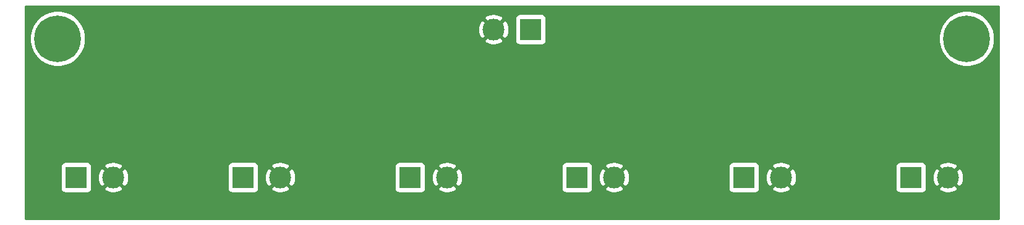
<source format=gbr>
G04 #@! TF.GenerationSoftware,KiCad,Pcbnew,5.1.6*
G04 #@! TF.CreationDate,2020-05-20T11:35:38+02:00*
G04 #@! TF.ProjectId,12V_power_dist,3132565f-706f-4776-9572-5f646973742e,rev?*
G04 #@! TF.SameCoordinates,Original*
G04 #@! TF.FileFunction,Copper,L2,Bot*
G04 #@! TF.FilePolarity,Positive*
%FSLAX46Y46*%
G04 Gerber Fmt 4.6, Leading zero omitted, Abs format (unit mm)*
G04 Created by KiCad (PCBNEW 5.1.6) date 2020-05-20 11:35:38*
%MOMM*%
%LPD*%
G01*
G04 APERTURE LIST*
G04 #@! TA.AperFunction,ComponentPad*
%ADD10C,0.800000*%
G04 #@! TD*
G04 #@! TA.AperFunction,ComponentPad*
%ADD11C,6.400000*%
G04 #@! TD*
G04 #@! TA.AperFunction,ComponentPad*
%ADD12C,3.000000*%
G04 #@! TD*
G04 #@! TA.AperFunction,ComponentPad*
%ADD13R,3.000000X3.000000*%
G04 #@! TD*
G04 #@! TA.AperFunction,Conductor*
%ADD14C,0.254000*%
G04 #@! TD*
G04 APERTURE END LIST*
D10*
X220137056Y-74502944D03*
X218440000Y-73800000D03*
X216742944Y-74502944D03*
X216040000Y-76200000D03*
X216742944Y-77897056D03*
X218440000Y-78600000D03*
X220137056Y-77897056D03*
X220840000Y-76200000D03*
D11*
X218440000Y-76200000D03*
D10*
X95677056Y-74502944D03*
X93980000Y-73800000D03*
X92282944Y-74502944D03*
X91580000Y-76200000D03*
X92282944Y-77897056D03*
X93980000Y-78600000D03*
X95677056Y-77897056D03*
X96380000Y-76200000D03*
D11*
X93980000Y-76200000D03*
D12*
X153670000Y-74930000D03*
D13*
X158750000Y-74930000D03*
D12*
X124460000Y-95250000D03*
D13*
X119380000Y-95250000D03*
D12*
X170180000Y-95250000D03*
D13*
X165100000Y-95250000D03*
D12*
X215900000Y-95250000D03*
D13*
X210820000Y-95250000D03*
D12*
X147320000Y-95250000D03*
D13*
X142240000Y-95250000D03*
D12*
X193040000Y-95250000D03*
D13*
X187960000Y-95250000D03*
D12*
X101600000Y-95250000D03*
D13*
X96520000Y-95250000D03*
D14*
G36*
X222860000Y-100940000D02*
G01*
X89560000Y-100940000D01*
X89560000Y-93750000D01*
X94381928Y-93750000D01*
X94381928Y-96750000D01*
X94394188Y-96874482D01*
X94430498Y-96994180D01*
X94489463Y-97104494D01*
X94568815Y-97201185D01*
X94665506Y-97280537D01*
X94775820Y-97339502D01*
X94895518Y-97375812D01*
X95020000Y-97388072D01*
X98020000Y-97388072D01*
X98144482Y-97375812D01*
X98264180Y-97339502D01*
X98374494Y-97280537D01*
X98471185Y-97201185D01*
X98550537Y-97104494D01*
X98609502Y-96994180D01*
X98645812Y-96874482D01*
X98658072Y-96750000D01*
X98658072Y-96741653D01*
X100287952Y-96741653D01*
X100443962Y-97057214D01*
X100818745Y-97248020D01*
X101223551Y-97362044D01*
X101642824Y-97394902D01*
X102060451Y-97345334D01*
X102460383Y-97215243D01*
X102756038Y-97057214D01*
X102912048Y-96741653D01*
X101600000Y-95429605D01*
X100287952Y-96741653D01*
X98658072Y-96741653D01*
X98658072Y-95292824D01*
X99455098Y-95292824D01*
X99504666Y-95710451D01*
X99634757Y-96110383D01*
X99792786Y-96406038D01*
X100108347Y-96562048D01*
X101420395Y-95250000D01*
X101779605Y-95250000D01*
X103091653Y-96562048D01*
X103407214Y-96406038D01*
X103598020Y-96031255D01*
X103712044Y-95626449D01*
X103744902Y-95207176D01*
X103695334Y-94789549D01*
X103565243Y-94389617D01*
X103407214Y-94093962D01*
X103091653Y-93937952D01*
X101779605Y-95250000D01*
X101420395Y-95250000D01*
X100108347Y-93937952D01*
X99792786Y-94093962D01*
X99601980Y-94468745D01*
X99487956Y-94873551D01*
X99455098Y-95292824D01*
X98658072Y-95292824D01*
X98658072Y-93758347D01*
X100287952Y-93758347D01*
X101600000Y-95070395D01*
X102912048Y-93758347D01*
X102907922Y-93750000D01*
X117241928Y-93750000D01*
X117241928Y-96750000D01*
X117254188Y-96874482D01*
X117290498Y-96994180D01*
X117349463Y-97104494D01*
X117428815Y-97201185D01*
X117525506Y-97280537D01*
X117635820Y-97339502D01*
X117755518Y-97375812D01*
X117880000Y-97388072D01*
X120880000Y-97388072D01*
X121004482Y-97375812D01*
X121124180Y-97339502D01*
X121234494Y-97280537D01*
X121331185Y-97201185D01*
X121410537Y-97104494D01*
X121469502Y-96994180D01*
X121505812Y-96874482D01*
X121518072Y-96750000D01*
X121518072Y-96741653D01*
X123147952Y-96741653D01*
X123303962Y-97057214D01*
X123678745Y-97248020D01*
X124083551Y-97362044D01*
X124502824Y-97394902D01*
X124920451Y-97345334D01*
X125320383Y-97215243D01*
X125616038Y-97057214D01*
X125772048Y-96741653D01*
X124460000Y-95429605D01*
X123147952Y-96741653D01*
X121518072Y-96741653D01*
X121518072Y-95292824D01*
X122315098Y-95292824D01*
X122364666Y-95710451D01*
X122494757Y-96110383D01*
X122652786Y-96406038D01*
X122968347Y-96562048D01*
X124280395Y-95250000D01*
X124639605Y-95250000D01*
X125951653Y-96562048D01*
X126267214Y-96406038D01*
X126458020Y-96031255D01*
X126572044Y-95626449D01*
X126604902Y-95207176D01*
X126555334Y-94789549D01*
X126425243Y-94389617D01*
X126267214Y-94093962D01*
X125951653Y-93937952D01*
X124639605Y-95250000D01*
X124280395Y-95250000D01*
X122968347Y-93937952D01*
X122652786Y-94093962D01*
X122461980Y-94468745D01*
X122347956Y-94873551D01*
X122315098Y-95292824D01*
X121518072Y-95292824D01*
X121518072Y-93758347D01*
X123147952Y-93758347D01*
X124460000Y-95070395D01*
X125772048Y-93758347D01*
X125767922Y-93750000D01*
X140101928Y-93750000D01*
X140101928Y-96750000D01*
X140114188Y-96874482D01*
X140150498Y-96994180D01*
X140209463Y-97104494D01*
X140288815Y-97201185D01*
X140385506Y-97280537D01*
X140495820Y-97339502D01*
X140615518Y-97375812D01*
X140740000Y-97388072D01*
X143740000Y-97388072D01*
X143864482Y-97375812D01*
X143984180Y-97339502D01*
X144094494Y-97280537D01*
X144191185Y-97201185D01*
X144270537Y-97104494D01*
X144329502Y-96994180D01*
X144365812Y-96874482D01*
X144378072Y-96750000D01*
X144378072Y-96741653D01*
X146007952Y-96741653D01*
X146163962Y-97057214D01*
X146538745Y-97248020D01*
X146943551Y-97362044D01*
X147362824Y-97394902D01*
X147780451Y-97345334D01*
X148180383Y-97215243D01*
X148476038Y-97057214D01*
X148632048Y-96741653D01*
X147320000Y-95429605D01*
X146007952Y-96741653D01*
X144378072Y-96741653D01*
X144378072Y-95292824D01*
X145175098Y-95292824D01*
X145224666Y-95710451D01*
X145354757Y-96110383D01*
X145512786Y-96406038D01*
X145828347Y-96562048D01*
X147140395Y-95250000D01*
X147499605Y-95250000D01*
X148811653Y-96562048D01*
X149127214Y-96406038D01*
X149318020Y-96031255D01*
X149432044Y-95626449D01*
X149464902Y-95207176D01*
X149415334Y-94789549D01*
X149285243Y-94389617D01*
X149127214Y-94093962D01*
X148811653Y-93937952D01*
X147499605Y-95250000D01*
X147140395Y-95250000D01*
X145828347Y-93937952D01*
X145512786Y-94093962D01*
X145321980Y-94468745D01*
X145207956Y-94873551D01*
X145175098Y-95292824D01*
X144378072Y-95292824D01*
X144378072Y-93758347D01*
X146007952Y-93758347D01*
X147320000Y-95070395D01*
X148632048Y-93758347D01*
X148627922Y-93750000D01*
X162961928Y-93750000D01*
X162961928Y-96750000D01*
X162974188Y-96874482D01*
X163010498Y-96994180D01*
X163069463Y-97104494D01*
X163148815Y-97201185D01*
X163245506Y-97280537D01*
X163355820Y-97339502D01*
X163475518Y-97375812D01*
X163600000Y-97388072D01*
X166600000Y-97388072D01*
X166724482Y-97375812D01*
X166844180Y-97339502D01*
X166954494Y-97280537D01*
X167051185Y-97201185D01*
X167130537Y-97104494D01*
X167189502Y-96994180D01*
X167225812Y-96874482D01*
X167238072Y-96750000D01*
X167238072Y-96741653D01*
X168867952Y-96741653D01*
X169023962Y-97057214D01*
X169398745Y-97248020D01*
X169803551Y-97362044D01*
X170222824Y-97394902D01*
X170640451Y-97345334D01*
X171040383Y-97215243D01*
X171336038Y-97057214D01*
X171492048Y-96741653D01*
X170180000Y-95429605D01*
X168867952Y-96741653D01*
X167238072Y-96741653D01*
X167238072Y-95292824D01*
X168035098Y-95292824D01*
X168084666Y-95710451D01*
X168214757Y-96110383D01*
X168372786Y-96406038D01*
X168688347Y-96562048D01*
X170000395Y-95250000D01*
X170359605Y-95250000D01*
X171671653Y-96562048D01*
X171987214Y-96406038D01*
X172178020Y-96031255D01*
X172292044Y-95626449D01*
X172324902Y-95207176D01*
X172275334Y-94789549D01*
X172145243Y-94389617D01*
X171987214Y-94093962D01*
X171671653Y-93937952D01*
X170359605Y-95250000D01*
X170000395Y-95250000D01*
X168688347Y-93937952D01*
X168372786Y-94093962D01*
X168181980Y-94468745D01*
X168067956Y-94873551D01*
X168035098Y-95292824D01*
X167238072Y-95292824D01*
X167238072Y-93758347D01*
X168867952Y-93758347D01*
X170180000Y-95070395D01*
X171492048Y-93758347D01*
X171487922Y-93750000D01*
X185821928Y-93750000D01*
X185821928Y-96750000D01*
X185834188Y-96874482D01*
X185870498Y-96994180D01*
X185929463Y-97104494D01*
X186008815Y-97201185D01*
X186105506Y-97280537D01*
X186215820Y-97339502D01*
X186335518Y-97375812D01*
X186460000Y-97388072D01*
X189460000Y-97388072D01*
X189584482Y-97375812D01*
X189704180Y-97339502D01*
X189814494Y-97280537D01*
X189911185Y-97201185D01*
X189990537Y-97104494D01*
X190049502Y-96994180D01*
X190085812Y-96874482D01*
X190098072Y-96750000D01*
X190098072Y-96741653D01*
X191727952Y-96741653D01*
X191883962Y-97057214D01*
X192258745Y-97248020D01*
X192663551Y-97362044D01*
X193082824Y-97394902D01*
X193500451Y-97345334D01*
X193900383Y-97215243D01*
X194196038Y-97057214D01*
X194352048Y-96741653D01*
X193040000Y-95429605D01*
X191727952Y-96741653D01*
X190098072Y-96741653D01*
X190098072Y-95292824D01*
X190895098Y-95292824D01*
X190944666Y-95710451D01*
X191074757Y-96110383D01*
X191232786Y-96406038D01*
X191548347Y-96562048D01*
X192860395Y-95250000D01*
X193219605Y-95250000D01*
X194531653Y-96562048D01*
X194847214Y-96406038D01*
X195038020Y-96031255D01*
X195152044Y-95626449D01*
X195184902Y-95207176D01*
X195135334Y-94789549D01*
X195005243Y-94389617D01*
X194847214Y-94093962D01*
X194531653Y-93937952D01*
X193219605Y-95250000D01*
X192860395Y-95250000D01*
X191548347Y-93937952D01*
X191232786Y-94093962D01*
X191041980Y-94468745D01*
X190927956Y-94873551D01*
X190895098Y-95292824D01*
X190098072Y-95292824D01*
X190098072Y-93758347D01*
X191727952Y-93758347D01*
X193040000Y-95070395D01*
X194352048Y-93758347D01*
X194347922Y-93750000D01*
X208681928Y-93750000D01*
X208681928Y-96750000D01*
X208694188Y-96874482D01*
X208730498Y-96994180D01*
X208789463Y-97104494D01*
X208868815Y-97201185D01*
X208965506Y-97280537D01*
X209075820Y-97339502D01*
X209195518Y-97375812D01*
X209320000Y-97388072D01*
X212320000Y-97388072D01*
X212444482Y-97375812D01*
X212564180Y-97339502D01*
X212674494Y-97280537D01*
X212771185Y-97201185D01*
X212850537Y-97104494D01*
X212909502Y-96994180D01*
X212945812Y-96874482D01*
X212958072Y-96750000D01*
X212958072Y-96741653D01*
X214587952Y-96741653D01*
X214743962Y-97057214D01*
X215118745Y-97248020D01*
X215523551Y-97362044D01*
X215942824Y-97394902D01*
X216360451Y-97345334D01*
X216760383Y-97215243D01*
X217056038Y-97057214D01*
X217212048Y-96741653D01*
X215900000Y-95429605D01*
X214587952Y-96741653D01*
X212958072Y-96741653D01*
X212958072Y-95292824D01*
X213755098Y-95292824D01*
X213804666Y-95710451D01*
X213934757Y-96110383D01*
X214092786Y-96406038D01*
X214408347Y-96562048D01*
X215720395Y-95250000D01*
X216079605Y-95250000D01*
X217391653Y-96562048D01*
X217707214Y-96406038D01*
X217898020Y-96031255D01*
X218012044Y-95626449D01*
X218044902Y-95207176D01*
X217995334Y-94789549D01*
X217865243Y-94389617D01*
X217707214Y-94093962D01*
X217391653Y-93937952D01*
X216079605Y-95250000D01*
X215720395Y-95250000D01*
X214408347Y-93937952D01*
X214092786Y-94093962D01*
X213901980Y-94468745D01*
X213787956Y-94873551D01*
X213755098Y-95292824D01*
X212958072Y-95292824D01*
X212958072Y-93758347D01*
X214587952Y-93758347D01*
X215900000Y-95070395D01*
X217212048Y-93758347D01*
X217056038Y-93442786D01*
X216681255Y-93251980D01*
X216276449Y-93137956D01*
X215857176Y-93105098D01*
X215439549Y-93154666D01*
X215039617Y-93284757D01*
X214743962Y-93442786D01*
X214587952Y-93758347D01*
X212958072Y-93758347D01*
X212958072Y-93750000D01*
X212945812Y-93625518D01*
X212909502Y-93505820D01*
X212850537Y-93395506D01*
X212771185Y-93298815D01*
X212674494Y-93219463D01*
X212564180Y-93160498D01*
X212444482Y-93124188D01*
X212320000Y-93111928D01*
X209320000Y-93111928D01*
X209195518Y-93124188D01*
X209075820Y-93160498D01*
X208965506Y-93219463D01*
X208868815Y-93298815D01*
X208789463Y-93395506D01*
X208730498Y-93505820D01*
X208694188Y-93625518D01*
X208681928Y-93750000D01*
X194347922Y-93750000D01*
X194196038Y-93442786D01*
X193821255Y-93251980D01*
X193416449Y-93137956D01*
X192997176Y-93105098D01*
X192579549Y-93154666D01*
X192179617Y-93284757D01*
X191883962Y-93442786D01*
X191727952Y-93758347D01*
X190098072Y-93758347D01*
X190098072Y-93750000D01*
X190085812Y-93625518D01*
X190049502Y-93505820D01*
X189990537Y-93395506D01*
X189911185Y-93298815D01*
X189814494Y-93219463D01*
X189704180Y-93160498D01*
X189584482Y-93124188D01*
X189460000Y-93111928D01*
X186460000Y-93111928D01*
X186335518Y-93124188D01*
X186215820Y-93160498D01*
X186105506Y-93219463D01*
X186008815Y-93298815D01*
X185929463Y-93395506D01*
X185870498Y-93505820D01*
X185834188Y-93625518D01*
X185821928Y-93750000D01*
X171487922Y-93750000D01*
X171336038Y-93442786D01*
X170961255Y-93251980D01*
X170556449Y-93137956D01*
X170137176Y-93105098D01*
X169719549Y-93154666D01*
X169319617Y-93284757D01*
X169023962Y-93442786D01*
X168867952Y-93758347D01*
X167238072Y-93758347D01*
X167238072Y-93750000D01*
X167225812Y-93625518D01*
X167189502Y-93505820D01*
X167130537Y-93395506D01*
X167051185Y-93298815D01*
X166954494Y-93219463D01*
X166844180Y-93160498D01*
X166724482Y-93124188D01*
X166600000Y-93111928D01*
X163600000Y-93111928D01*
X163475518Y-93124188D01*
X163355820Y-93160498D01*
X163245506Y-93219463D01*
X163148815Y-93298815D01*
X163069463Y-93395506D01*
X163010498Y-93505820D01*
X162974188Y-93625518D01*
X162961928Y-93750000D01*
X148627922Y-93750000D01*
X148476038Y-93442786D01*
X148101255Y-93251980D01*
X147696449Y-93137956D01*
X147277176Y-93105098D01*
X146859549Y-93154666D01*
X146459617Y-93284757D01*
X146163962Y-93442786D01*
X146007952Y-93758347D01*
X144378072Y-93758347D01*
X144378072Y-93750000D01*
X144365812Y-93625518D01*
X144329502Y-93505820D01*
X144270537Y-93395506D01*
X144191185Y-93298815D01*
X144094494Y-93219463D01*
X143984180Y-93160498D01*
X143864482Y-93124188D01*
X143740000Y-93111928D01*
X140740000Y-93111928D01*
X140615518Y-93124188D01*
X140495820Y-93160498D01*
X140385506Y-93219463D01*
X140288815Y-93298815D01*
X140209463Y-93395506D01*
X140150498Y-93505820D01*
X140114188Y-93625518D01*
X140101928Y-93750000D01*
X125767922Y-93750000D01*
X125616038Y-93442786D01*
X125241255Y-93251980D01*
X124836449Y-93137956D01*
X124417176Y-93105098D01*
X123999549Y-93154666D01*
X123599617Y-93284757D01*
X123303962Y-93442786D01*
X123147952Y-93758347D01*
X121518072Y-93758347D01*
X121518072Y-93750000D01*
X121505812Y-93625518D01*
X121469502Y-93505820D01*
X121410537Y-93395506D01*
X121331185Y-93298815D01*
X121234494Y-93219463D01*
X121124180Y-93160498D01*
X121004482Y-93124188D01*
X120880000Y-93111928D01*
X117880000Y-93111928D01*
X117755518Y-93124188D01*
X117635820Y-93160498D01*
X117525506Y-93219463D01*
X117428815Y-93298815D01*
X117349463Y-93395506D01*
X117290498Y-93505820D01*
X117254188Y-93625518D01*
X117241928Y-93750000D01*
X102907922Y-93750000D01*
X102756038Y-93442786D01*
X102381255Y-93251980D01*
X101976449Y-93137956D01*
X101557176Y-93105098D01*
X101139549Y-93154666D01*
X100739617Y-93284757D01*
X100443962Y-93442786D01*
X100287952Y-93758347D01*
X98658072Y-93758347D01*
X98658072Y-93750000D01*
X98645812Y-93625518D01*
X98609502Y-93505820D01*
X98550537Y-93395506D01*
X98471185Y-93298815D01*
X98374494Y-93219463D01*
X98264180Y-93160498D01*
X98144482Y-93124188D01*
X98020000Y-93111928D01*
X95020000Y-93111928D01*
X94895518Y-93124188D01*
X94775820Y-93160498D01*
X94665506Y-93219463D01*
X94568815Y-93298815D01*
X94489463Y-93395506D01*
X94430498Y-93505820D01*
X94394188Y-93625518D01*
X94381928Y-93750000D01*
X89560000Y-93750000D01*
X89560000Y-75822285D01*
X90145000Y-75822285D01*
X90145000Y-76577715D01*
X90292377Y-77318628D01*
X90581467Y-78016554D01*
X91001161Y-78644670D01*
X91535330Y-79178839D01*
X92163446Y-79598533D01*
X92861372Y-79887623D01*
X93602285Y-80035000D01*
X94357715Y-80035000D01*
X95098628Y-79887623D01*
X95796554Y-79598533D01*
X96424670Y-79178839D01*
X96958839Y-78644670D01*
X97378533Y-78016554D01*
X97667623Y-77318628D01*
X97815000Y-76577715D01*
X97815000Y-76421653D01*
X152357952Y-76421653D01*
X152513962Y-76737214D01*
X152888745Y-76928020D01*
X153293551Y-77042044D01*
X153712824Y-77074902D01*
X154130451Y-77025334D01*
X154530383Y-76895243D01*
X154826038Y-76737214D01*
X154982048Y-76421653D01*
X153670000Y-75109605D01*
X152357952Y-76421653D01*
X97815000Y-76421653D01*
X97815000Y-75822285D01*
X97667623Y-75081372D01*
X97622662Y-74972824D01*
X151525098Y-74972824D01*
X151574666Y-75390451D01*
X151704757Y-75790383D01*
X151862786Y-76086038D01*
X152178347Y-76242048D01*
X153490395Y-74930000D01*
X153849605Y-74930000D01*
X155161653Y-76242048D01*
X155477214Y-76086038D01*
X155668020Y-75711255D01*
X155782044Y-75306449D01*
X155814902Y-74887176D01*
X155765334Y-74469549D01*
X155635243Y-74069617D01*
X155477214Y-73773962D01*
X155161653Y-73617952D01*
X153849605Y-74930000D01*
X153490395Y-74930000D01*
X152178347Y-73617952D01*
X151862786Y-73773962D01*
X151671980Y-74148745D01*
X151557956Y-74553551D01*
X151525098Y-74972824D01*
X97622662Y-74972824D01*
X97378533Y-74383446D01*
X96958839Y-73755330D01*
X96641856Y-73438347D01*
X152357952Y-73438347D01*
X153670000Y-74750395D01*
X154982048Y-73438347D01*
X154977922Y-73430000D01*
X156611928Y-73430000D01*
X156611928Y-76430000D01*
X156624188Y-76554482D01*
X156660498Y-76674180D01*
X156719463Y-76784494D01*
X156798815Y-76881185D01*
X156895506Y-76960537D01*
X157005820Y-77019502D01*
X157125518Y-77055812D01*
X157250000Y-77068072D01*
X160250000Y-77068072D01*
X160374482Y-77055812D01*
X160494180Y-77019502D01*
X160604494Y-76960537D01*
X160701185Y-76881185D01*
X160780537Y-76784494D01*
X160839502Y-76674180D01*
X160875812Y-76554482D01*
X160888072Y-76430000D01*
X160888072Y-75822285D01*
X214605000Y-75822285D01*
X214605000Y-76577715D01*
X214752377Y-77318628D01*
X215041467Y-78016554D01*
X215461161Y-78644670D01*
X215995330Y-79178839D01*
X216623446Y-79598533D01*
X217321372Y-79887623D01*
X218062285Y-80035000D01*
X218817715Y-80035000D01*
X219558628Y-79887623D01*
X220256554Y-79598533D01*
X220884670Y-79178839D01*
X221418839Y-78644670D01*
X221838533Y-78016554D01*
X222127623Y-77318628D01*
X222275000Y-76577715D01*
X222275000Y-75822285D01*
X222127623Y-75081372D01*
X221838533Y-74383446D01*
X221418839Y-73755330D01*
X220884670Y-73221161D01*
X220256554Y-72801467D01*
X219558628Y-72512377D01*
X218817715Y-72365000D01*
X218062285Y-72365000D01*
X217321372Y-72512377D01*
X216623446Y-72801467D01*
X215995330Y-73221161D01*
X215461161Y-73755330D01*
X215041467Y-74383446D01*
X214752377Y-75081372D01*
X214605000Y-75822285D01*
X160888072Y-75822285D01*
X160888072Y-73430000D01*
X160875812Y-73305518D01*
X160839502Y-73185820D01*
X160780537Y-73075506D01*
X160701185Y-72978815D01*
X160604494Y-72899463D01*
X160494180Y-72840498D01*
X160374482Y-72804188D01*
X160250000Y-72791928D01*
X157250000Y-72791928D01*
X157125518Y-72804188D01*
X157005820Y-72840498D01*
X156895506Y-72899463D01*
X156798815Y-72978815D01*
X156719463Y-73075506D01*
X156660498Y-73185820D01*
X156624188Y-73305518D01*
X156611928Y-73430000D01*
X154977922Y-73430000D01*
X154826038Y-73122786D01*
X154451255Y-72931980D01*
X154046449Y-72817956D01*
X153627176Y-72785098D01*
X153209549Y-72834666D01*
X152809617Y-72964757D01*
X152513962Y-73122786D01*
X152357952Y-73438347D01*
X96641856Y-73438347D01*
X96424670Y-73221161D01*
X95796554Y-72801467D01*
X95098628Y-72512377D01*
X94357715Y-72365000D01*
X93602285Y-72365000D01*
X92861372Y-72512377D01*
X92163446Y-72801467D01*
X91535330Y-73221161D01*
X91001161Y-73755330D01*
X90581467Y-74383446D01*
X90292377Y-75081372D01*
X90145000Y-75822285D01*
X89560000Y-75822285D01*
X89560000Y-71780000D01*
X222860001Y-71780000D01*
X222860000Y-100940000D01*
G37*
X222860000Y-100940000D02*
X89560000Y-100940000D01*
X89560000Y-93750000D01*
X94381928Y-93750000D01*
X94381928Y-96750000D01*
X94394188Y-96874482D01*
X94430498Y-96994180D01*
X94489463Y-97104494D01*
X94568815Y-97201185D01*
X94665506Y-97280537D01*
X94775820Y-97339502D01*
X94895518Y-97375812D01*
X95020000Y-97388072D01*
X98020000Y-97388072D01*
X98144482Y-97375812D01*
X98264180Y-97339502D01*
X98374494Y-97280537D01*
X98471185Y-97201185D01*
X98550537Y-97104494D01*
X98609502Y-96994180D01*
X98645812Y-96874482D01*
X98658072Y-96750000D01*
X98658072Y-96741653D01*
X100287952Y-96741653D01*
X100443962Y-97057214D01*
X100818745Y-97248020D01*
X101223551Y-97362044D01*
X101642824Y-97394902D01*
X102060451Y-97345334D01*
X102460383Y-97215243D01*
X102756038Y-97057214D01*
X102912048Y-96741653D01*
X101600000Y-95429605D01*
X100287952Y-96741653D01*
X98658072Y-96741653D01*
X98658072Y-95292824D01*
X99455098Y-95292824D01*
X99504666Y-95710451D01*
X99634757Y-96110383D01*
X99792786Y-96406038D01*
X100108347Y-96562048D01*
X101420395Y-95250000D01*
X101779605Y-95250000D01*
X103091653Y-96562048D01*
X103407214Y-96406038D01*
X103598020Y-96031255D01*
X103712044Y-95626449D01*
X103744902Y-95207176D01*
X103695334Y-94789549D01*
X103565243Y-94389617D01*
X103407214Y-94093962D01*
X103091653Y-93937952D01*
X101779605Y-95250000D01*
X101420395Y-95250000D01*
X100108347Y-93937952D01*
X99792786Y-94093962D01*
X99601980Y-94468745D01*
X99487956Y-94873551D01*
X99455098Y-95292824D01*
X98658072Y-95292824D01*
X98658072Y-93758347D01*
X100287952Y-93758347D01*
X101600000Y-95070395D01*
X102912048Y-93758347D01*
X102907922Y-93750000D01*
X117241928Y-93750000D01*
X117241928Y-96750000D01*
X117254188Y-96874482D01*
X117290498Y-96994180D01*
X117349463Y-97104494D01*
X117428815Y-97201185D01*
X117525506Y-97280537D01*
X117635820Y-97339502D01*
X117755518Y-97375812D01*
X117880000Y-97388072D01*
X120880000Y-97388072D01*
X121004482Y-97375812D01*
X121124180Y-97339502D01*
X121234494Y-97280537D01*
X121331185Y-97201185D01*
X121410537Y-97104494D01*
X121469502Y-96994180D01*
X121505812Y-96874482D01*
X121518072Y-96750000D01*
X121518072Y-96741653D01*
X123147952Y-96741653D01*
X123303962Y-97057214D01*
X123678745Y-97248020D01*
X124083551Y-97362044D01*
X124502824Y-97394902D01*
X124920451Y-97345334D01*
X125320383Y-97215243D01*
X125616038Y-97057214D01*
X125772048Y-96741653D01*
X124460000Y-95429605D01*
X123147952Y-96741653D01*
X121518072Y-96741653D01*
X121518072Y-95292824D01*
X122315098Y-95292824D01*
X122364666Y-95710451D01*
X122494757Y-96110383D01*
X122652786Y-96406038D01*
X122968347Y-96562048D01*
X124280395Y-95250000D01*
X124639605Y-95250000D01*
X125951653Y-96562048D01*
X126267214Y-96406038D01*
X126458020Y-96031255D01*
X126572044Y-95626449D01*
X126604902Y-95207176D01*
X126555334Y-94789549D01*
X126425243Y-94389617D01*
X126267214Y-94093962D01*
X125951653Y-93937952D01*
X124639605Y-95250000D01*
X124280395Y-95250000D01*
X122968347Y-93937952D01*
X122652786Y-94093962D01*
X122461980Y-94468745D01*
X122347956Y-94873551D01*
X122315098Y-95292824D01*
X121518072Y-95292824D01*
X121518072Y-93758347D01*
X123147952Y-93758347D01*
X124460000Y-95070395D01*
X125772048Y-93758347D01*
X125767922Y-93750000D01*
X140101928Y-93750000D01*
X140101928Y-96750000D01*
X140114188Y-96874482D01*
X140150498Y-96994180D01*
X140209463Y-97104494D01*
X140288815Y-97201185D01*
X140385506Y-97280537D01*
X140495820Y-97339502D01*
X140615518Y-97375812D01*
X140740000Y-97388072D01*
X143740000Y-97388072D01*
X143864482Y-97375812D01*
X143984180Y-97339502D01*
X144094494Y-97280537D01*
X144191185Y-97201185D01*
X144270537Y-97104494D01*
X144329502Y-96994180D01*
X144365812Y-96874482D01*
X144378072Y-96750000D01*
X144378072Y-96741653D01*
X146007952Y-96741653D01*
X146163962Y-97057214D01*
X146538745Y-97248020D01*
X146943551Y-97362044D01*
X147362824Y-97394902D01*
X147780451Y-97345334D01*
X148180383Y-97215243D01*
X148476038Y-97057214D01*
X148632048Y-96741653D01*
X147320000Y-95429605D01*
X146007952Y-96741653D01*
X144378072Y-96741653D01*
X144378072Y-95292824D01*
X145175098Y-95292824D01*
X145224666Y-95710451D01*
X145354757Y-96110383D01*
X145512786Y-96406038D01*
X145828347Y-96562048D01*
X147140395Y-95250000D01*
X147499605Y-95250000D01*
X148811653Y-96562048D01*
X149127214Y-96406038D01*
X149318020Y-96031255D01*
X149432044Y-95626449D01*
X149464902Y-95207176D01*
X149415334Y-94789549D01*
X149285243Y-94389617D01*
X149127214Y-94093962D01*
X148811653Y-93937952D01*
X147499605Y-95250000D01*
X147140395Y-95250000D01*
X145828347Y-93937952D01*
X145512786Y-94093962D01*
X145321980Y-94468745D01*
X145207956Y-94873551D01*
X145175098Y-95292824D01*
X144378072Y-95292824D01*
X144378072Y-93758347D01*
X146007952Y-93758347D01*
X147320000Y-95070395D01*
X148632048Y-93758347D01*
X148627922Y-93750000D01*
X162961928Y-93750000D01*
X162961928Y-96750000D01*
X162974188Y-96874482D01*
X163010498Y-96994180D01*
X163069463Y-97104494D01*
X163148815Y-97201185D01*
X163245506Y-97280537D01*
X163355820Y-97339502D01*
X163475518Y-97375812D01*
X163600000Y-97388072D01*
X166600000Y-97388072D01*
X166724482Y-97375812D01*
X166844180Y-97339502D01*
X166954494Y-97280537D01*
X167051185Y-97201185D01*
X167130537Y-97104494D01*
X167189502Y-96994180D01*
X167225812Y-96874482D01*
X167238072Y-96750000D01*
X167238072Y-96741653D01*
X168867952Y-96741653D01*
X169023962Y-97057214D01*
X169398745Y-97248020D01*
X169803551Y-97362044D01*
X170222824Y-97394902D01*
X170640451Y-97345334D01*
X171040383Y-97215243D01*
X171336038Y-97057214D01*
X171492048Y-96741653D01*
X170180000Y-95429605D01*
X168867952Y-96741653D01*
X167238072Y-96741653D01*
X167238072Y-95292824D01*
X168035098Y-95292824D01*
X168084666Y-95710451D01*
X168214757Y-96110383D01*
X168372786Y-96406038D01*
X168688347Y-96562048D01*
X170000395Y-95250000D01*
X170359605Y-95250000D01*
X171671653Y-96562048D01*
X171987214Y-96406038D01*
X172178020Y-96031255D01*
X172292044Y-95626449D01*
X172324902Y-95207176D01*
X172275334Y-94789549D01*
X172145243Y-94389617D01*
X171987214Y-94093962D01*
X171671653Y-93937952D01*
X170359605Y-95250000D01*
X170000395Y-95250000D01*
X168688347Y-93937952D01*
X168372786Y-94093962D01*
X168181980Y-94468745D01*
X168067956Y-94873551D01*
X168035098Y-95292824D01*
X167238072Y-95292824D01*
X167238072Y-93758347D01*
X168867952Y-93758347D01*
X170180000Y-95070395D01*
X171492048Y-93758347D01*
X171487922Y-93750000D01*
X185821928Y-93750000D01*
X185821928Y-96750000D01*
X185834188Y-96874482D01*
X185870498Y-96994180D01*
X185929463Y-97104494D01*
X186008815Y-97201185D01*
X186105506Y-97280537D01*
X186215820Y-97339502D01*
X186335518Y-97375812D01*
X186460000Y-97388072D01*
X189460000Y-97388072D01*
X189584482Y-97375812D01*
X189704180Y-97339502D01*
X189814494Y-97280537D01*
X189911185Y-97201185D01*
X189990537Y-97104494D01*
X190049502Y-96994180D01*
X190085812Y-96874482D01*
X190098072Y-96750000D01*
X190098072Y-96741653D01*
X191727952Y-96741653D01*
X191883962Y-97057214D01*
X192258745Y-97248020D01*
X192663551Y-97362044D01*
X193082824Y-97394902D01*
X193500451Y-97345334D01*
X193900383Y-97215243D01*
X194196038Y-97057214D01*
X194352048Y-96741653D01*
X193040000Y-95429605D01*
X191727952Y-96741653D01*
X190098072Y-96741653D01*
X190098072Y-95292824D01*
X190895098Y-95292824D01*
X190944666Y-95710451D01*
X191074757Y-96110383D01*
X191232786Y-96406038D01*
X191548347Y-96562048D01*
X192860395Y-95250000D01*
X193219605Y-95250000D01*
X194531653Y-96562048D01*
X194847214Y-96406038D01*
X195038020Y-96031255D01*
X195152044Y-95626449D01*
X195184902Y-95207176D01*
X195135334Y-94789549D01*
X195005243Y-94389617D01*
X194847214Y-94093962D01*
X194531653Y-93937952D01*
X193219605Y-95250000D01*
X192860395Y-95250000D01*
X191548347Y-93937952D01*
X191232786Y-94093962D01*
X191041980Y-94468745D01*
X190927956Y-94873551D01*
X190895098Y-95292824D01*
X190098072Y-95292824D01*
X190098072Y-93758347D01*
X191727952Y-93758347D01*
X193040000Y-95070395D01*
X194352048Y-93758347D01*
X194347922Y-93750000D01*
X208681928Y-93750000D01*
X208681928Y-96750000D01*
X208694188Y-96874482D01*
X208730498Y-96994180D01*
X208789463Y-97104494D01*
X208868815Y-97201185D01*
X208965506Y-97280537D01*
X209075820Y-97339502D01*
X209195518Y-97375812D01*
X209320000Y-97388072D01*
X212320000Y-97388072D01*
X212444482Y-97375812D01*
X212564180Y-97339502D01*
X212674494Y-97280537D01*
X212771185Y-97201185D01*
X212850537Y-97104494D01*
X212909502Y-96994180D01*
X212945812Y-96874482D01*
X212958072Y-96750000D01*
X212958072Y-96741653D01*
X214587952Y-96741653D01*
X214743962Y-97057214D01*
X215118745Y-97248020D01*
X215523551Y-97362044D01*
X215942824Y-97394902D01*
X216360451Y-97345334D01*
X216760383Y-97215243D01*
X217056038Y-97057214D01*
X217212048Y-96741653D01*
X215900000Y-95429605D01*
X214587952Y-96741653D01*
X212958072Y-96741653D01*
X212958072Y-95292824D01*
X213755098Y-95292824D01*
X213804666Y-95710451D01*
X213934757Y-96110383D01*
X214092786Y-96406038D01*
X214408347Y-96562048D01*
X215720395Y-95250000D01*
X216079605Y-95250000D01*
X217391653Y-96562048D01*
X217707214Y-96406038D01*
X217898020Y-96031255D01*
X218012044Y-95626449D01*
X218044902Y-95207176D01*
X217995334Y-94789549D01*
X217865243Y-94389617D01*
X217707214Y-94093962D01*
X217391653Y-93937952D01*
X216079605Y-95250000D01*
X215720395Y-95250000D01*
X214408347Y-93937952D01*
X214092786Y-94093962D01*
X213901980Y-94468745D01*
X213787956Y-94873551D01*
X213755098Y-95292824D01*
X212958072Y-95292824D01*
X212958072Y-93758347D01*
X214587952Y-93758347D01*
X215900000Y-95070395D01*
X217212048Y-93758347D01*
X217056038Y-93442786D01*
X216681255Y-93251980D01*
X216276449Y-93137956D01*
X215857176Y-93105098D01*
X215439549Y-93154666D01*
X215039617Y-93284757D01*
X214743962Y-93442786D01*
X214587952Y-93758347D01*
X212958072Y-93758347D01*
X212958072Y-93750000D01*
X212945812Y-93625518D01*
X212909502Y-93505820D01*
X212850537Y-93395506D01*
X212771185Y-93298815D01*
X212674494Y-93219463D01*
X212564180Y-93160498D01*
X212444482Y-93124188D01*
X212320000Y-93111928D01*
X209320000Y-93111928D01*
X209195518Y-93124188D01*
X209075820Y-93160498D01*
X208965506Y-93219463D01*
X208868815Y-93298815D01*
X208789463Y-93395506D01*
X208730498Y-93505820D01*
X208694188Y-93625518D01*
X208681928Y-93750000D01*
X194347922Y-93750000D01*
X194196038Y-93442786D01*
X193821255Y-93251980D01*
X193416449Y-93137956D01*
X192997176Y-93105098D01*
X192579549Y-93154666D01*
X192179617Y-93284757D01*
X191883962Y-93442786D01*
X191727952Y-93758347D01*
X190098072Y-93758347D01*
X190098072Y-93750000D01*
X190085812Y-93625518D01*
X190049502Y-93505820D01*
X189990537Y-93395506D01*
X189911185Y-93298815D01*
X189814494Y-93219463D01*
X189704180Y-93160498D01*
X189584482Y-93124188D01*
X189460000Y-93111928D01*
X186460000Y-93111928D01*
X186335518Y-93124188D01*
X186215820Y-93160498D01*
X186105506Y-93219463D01*
X186008815Y-93298815D01*
X185929463Y-93395506D01*
X185870498Y-93505820D01*
X185834188Y-93625518D01*
X185821928Y-93750000D01*
X171487922Y-93750000D01*
X171336038Y-93442786D01*
X170961255Y-93251980D01*
X170556449Y-93137956D01*
X170137176Y-93105098D01*
X169719549Y-93154666D01*
X169319617Y-93284757D01*
X169023962Y-93442786D01*
X168867952Y-93758347D01*
X167238072Y-93758347D01*
X167238072Y-93750000D01*
X167225812Y-93625518D01*
X167189502Y-93505820D01*
X167130537Y-93395506D01*
X167051185Y-93298815D01*
X166954494Y-93219463D01*
X166844180Y-93160498D01*
X166724482Y-93124188D01*
X166600000Y-93111928D01*
X163600000Y-93111928D01*
X163475518Y-93124188D01*
X163355820Y-93160498D01*
X163245506Y-93219463D01*
X163148815Y-93298815D01*
X163069463Y-93395506D01*
X163010498Y-93505820D01*
X162974188Y-93625518D01*
X162961928Y-93750000D01*
X148627922Y-93750000D01*
X148476038Y-93442786D01*
X148101255Y-93251980D01*
X147696449Y-93137956D01*
X147277176Y-93105098D01*
X146859549Y-93154666D01*
X146459617Y-93284757D01*
X146163962Y-93442786D01*
X146007952Y-93758347D01*
X144378072Y-93758347D01*
X144378072Y-93750000D01*
X144365812Y-93625518D01*
X144329502Y-93505820D01*
X144270537Y-93395506D01*
X144191185Y-93298815D01*
X144094494Y-93219463D01*
X143984180Y-93160498D01*
X143864482Y-93124188D01*
X143740000Y-93111928D01*
X140740000Y-93111928D01*
X140615518Y-93124188D01*
X140495820Y-93160498D01*
X140385506Y-93219463D01*
X140288815Y-93298815D01*
X140209463Y-93395506D01*
X140150498Y-93505820D01*
X140114188Y-93625518D01*
X140101928Y-93750000D01*
X125767922Y-93750000D01*
X125616038Y-93442786D01*
X125241255Y-93251980D01*
X124836449Y-93137956D01*
X124417176Y-93105098D01*
X123999549Y-93154666D01*
X123599617Y-93284757D01*
X123303962Y-93442786D01*
X123147952Y-93758347D01*
X121518072Y-93758347D01*
X121518072Y-93750000D01*
X121505812Y-93625518D01*
X121469502Y-93505820D01*
X121410537Y-93395506D01*
X121331185Y-93298815D01*
X121234494Y-93219463D01*
X121124180Y-93160498D01*
X121004482Y-93124188D01*
X120880000Y-93111928D01*
X117880000Y-93111928D01*
X117755518Y-93124188D01*
X117635820Y-93160498D01*
X117525506Y-93219463D01*
X117428815Y-93298815D01*
X117349463Y-93395506D01*
X117290498Y-93505820D01*
X117254188Y-93625518D01*
X117241928Y-93750000D01*
X102907922Y-93750000D01*
X102756038Y-93442786D01*
X102381255Y-93251980D01*
X101976449Y-93137956D01*
X101557176Y-93105098D01*
X101139549Y-93154666D01*
X100739617Y-93284757D01*
X100443962Y-93442786D01*
X100287952Y-93758347D01*
X98658072Y-93758347D01*
X98658072Y-93750000D01*
X98645812Y-93625518D01*
X98609502Y-93505820D01*
X98550537Y-93395506D01*
X98471185Y-93298815D01*
X98374494Y-93219463D01*
X98264180Y-93160498D01*
X98144482Y-93124188D01*
X98020000Y-93111928D01*
X95020000Y-93111928D01*
X94895518Y-93124188D01*
X94775820Y-93160498D01*
X94665506Y-93219463D01*
X94568815Y-93298815D01*
X94489463Y-93395506D01*
X94430498Y-93505820D01*
X94394188Y-93625518D01*
X94381928Y-93750000D01*
X89560000Y-93750000D01*
X89560000Y-75822285D01*
X90145000Y-75822285D01*
X90145000Y-76577715D01*
X90292377Y-77318628D01*
X90581467Y-78016554D01*
X91001161Y-78644670D01*
X91535330Y-79178839D01*
X92163446Y-79598533D01*
X92861372Y-79887623D01*
X93602285Y-80035000D01*
X94357715Y-80035000D01*
X95098628Y-79887623D01*
X95796554Y-79598533D01*
X96424670Y-79178839D01*
X96958839Y-78644670D01*
X97378533Y-78016554D01*
X97667623Y-77318628D01*
X97815000Y-76577715D01*
X97815000Y-76421653D01*
X152357952Y-76421653D01*
X152513962Y-76737214D01*
X152888745Y-76928020D01*
X153293551Y-77042044D01*
X153712824Y-77074902D01*
X154130451Y-77025334D01*
X154530383Y-76895243D01*
X154826038Y-76737214D01*
X154982048Y-76421653D01*
X153670000Y-75109605D01*
X152357952Y-76421653D01*
X97815000Y-76421653D01*
X97815000Y-75822285D01*
X97667623Y-75081372D01*
X97622662Y-74972824D01*
X151525098Y-74972824D01*
X151574666Y-75390451D01*
X151704757Y-75790383D01*
X151862786Y-76086038D01*
X152178347Y-76242048D01*
X153490395Y-74930000D01*
X153849605Y-74930000D01*
X155161653Y-76242048D01*
X155477214Y-76086038D01*
X155668020Y-75711255D01*
X155782044Y-75306449D01*
X155814902Y-74887176D01*
X155765334Y-74469549D01*
X155635243Y-74069617D01*
X155477214Y-73773962D01*
X155161653Y-73617952D01*
X153849605Y-74930000D01*
X153490395Y-74930000D01*
X152178347Y-73617952D01*
X151862786Y-73773962D01*
X151671980Y-74148745D01*
X151557956Y-74553551D01*
X151525098Y-74972824D01*
X97622662Y-74972824D01*
X97378533Y-74383446D01*
X96958839Y-73755330D01*
X96641856Y-73438347D01*
X152357952Y-73438347D01*
X153670000Y-74750395D01*
X154982048Y-73438347D01*
X154977922Y-73430000D01*
X156611928Y-73430000D01*
X156611928Y-76430000D01*
X156624188Y-76554482D01*
X156660498Y-76674180D01*
X156719463Y-76784494D01*
X156798815Y-76881185D01*
X156895506Y-76960537D01*
X157005820Y-77019502D01*
X157125518Y-77055812D01*
X157250000Y-77068072D01*
X160250000Y-77068072D01*
X160374482Y-77055812D01*
X160494180Y-77019502D01*
X160604494Y-76960537D01*
X160701185Y-76881185D01*
X160780537Y-76784494D01*
X160839502Y-76674180D01*
X160875812Y-76554482D01*
X160888072Y-76430000D01*
X160888072Y-75822285D01*
X214605000Y-75822285D01*
X214605000Y-76577715D01*
X214752377Y-77318628D01*
X215041467Y-78016554D01*
X215461161Y-78644670D01*
X215995330Y-79178839D01*
X216623446Y-79598533D01*
X217321372Y-79887623D01*
X218062285Y-80035000D01*
X218817715Y-80035000D01*
X219558628Y-79887623D01*
X220256554Y-79598533D01*
X220884670Y-79178839D01*
X221418839Y-78644670D01*
X221838533Y-78016554D01*
X222127623Y-77318628D01*
X222275000Y-76577715D01*
X222275000Y-75822285D01*
X222127623Y-75081372D01*
X221838533Y-74383446D01*
X221418839Y-73755330D01*
X220884670Y-73221161D01*
X220256554Y-72801467D01*
X219558628Y-72512377D01*
X218817715Y-72365000D01*
X218062285Y-72365000D01*
X217321372Y-72512377D01*
X216623446Y-72801467D01*
X215995330Y-73221161D01*
X215461161Y-73755330D01*
X215041467Y-74383446D01*
X214752377Y-75081372D01*
X214605000Y-75822285D01*
X160888072Y-75822285D01*
X160888072Y-73430000D01*
X160875812Y-73305518D01*
X160839502Y-73185820D01*
X160780537Y-73075506D01*
X160701185Y-72978815D01*
X160604494Y-72899463D01*
X160494180Y-72840498D01*
X160374482Y-72804188D01*
X160250000Y-72791928D01*
X157250000Y-72791928D01*
X157125518Y-72804188D01*
X157005820Y-72840498D01*
X156895506Y-72899463D01*
X156798815Y-72978815D01*
X156719463Y-73075506D01*
X156660498Y-73185820D01*
X156624188Y-73305518D01*
X156611928Y-73430000D01*
X154977922Y-73430000D01*
X154826038Y-73122786D01*
X154451255Y-72931980D01*
X154046449Y-72817956D01*
X153627176Y-72785098D01*
X153209549Y-72834666D01*
X152809617Y-72964757D01*
X152513962Y-73122786D01*
X152357952Y-73438347D01*
X96641856Y-73438347D01*
X96424670Y-73221161D01*
X95796554Y-72801467D01*
X95098628Y-72512377D01*
X94357715Y-72365000D01*
X93602285Y-72365000D01*
X92861372Y-72512377D01*
X92163446Y-72801467D01*
X91535330Y-73221161D01*
X91001161Y-73755330D01*
X90581467Y-74383446D01*
X90292377Y-75081372D01*
X90145000Y-75822285D01*
X89560000Y-75822285D01*
X89560000Y-71780000D01*
X222860001Y-71780000D01*
X222860000Y-100940000D01*
M02*

</source>
